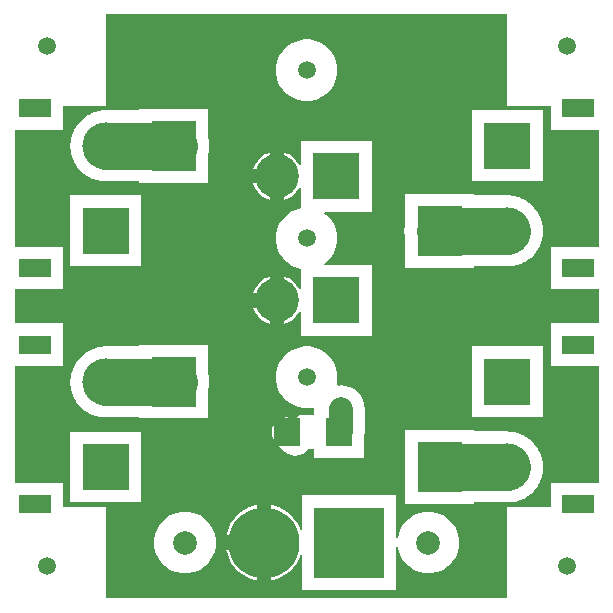
<source format=gtl>
G04*
G04 #@! TF.GenerationSoftware,Altium Limited,Altium Designer,24.1.2 (44)*
G04*
G04 Layer_Physical_Order=1*
G04 Layer_Color=255*
%FSLAX44Y44*%
%MOMM*%
G71*
G04*
G04 #@! TF.SameCoordinates,F43E2160-E374-468F-ACC1-47B17D48A15B*
G04*
G04*
G04 #@! TF.FilePolarity,Positive*
G04*
G01*
G75*
%ADD13R,3.8100X4.2418*%
%ADD14R,2.2098X2.3622*%
%ADD26C,4.0000*%
%ADD27C,0.1520*%
%ADD28C,2.0000*%
%ADD29C,0.3810*%
%ADD30C,0.5080*%
%ADD31C,1.5000*%
%ADD32C,4.0000*%
%ADD33R,4.0000X4.0000*%
%ADD34R,2.7000X1.6000*%
%ADD35C,2.0000*%
%ADD36R,6.0000X6.0000*%
%ADD37C,6.0000*%
%ADD38R,4.0000X4.0000*%
%ADD39C,3.7000*%
%ADD40C,1.2700*%
G36*
X420000Y420000D02*
X456500D01*
Y399500D01*
X497281D01*
Y300500D01*
X456500D01*
Y264500D01*
X497281D01*
Y235500D01*
X456500D01*
Y199500D01*
X497281D01*
Y100500D01*
X456500D01*
Y80000D01*
X420000D01*
Y2719D01*
X80000D01*
Y80000D01*
X43500D01*
Y100500D01*
X2719D01*
Y199500D01*
X43500D01*
Y235500D01*
X2719D01*
Y264500D01*
X43500D01*
Y300500D01*
X2719D01*
Y399500D01*
X43500D01*
Y420000D01*
X80000D01*
Y497281D01*
X420000D01*
Y420000D01*
D02*
G37*
%LPC*%
G36*
X252561Y476000D02*
X247439D01*
X242416Y475001D01*
X237684Y473041D01*
X233426Y470196D01*
X229804Y466574D01*
X226959Y462316D01*
X224999Y457584D01*
X224000Y452561D01*
Y447439D01*
X224999Y442416D01*
X226959Y437684D01*
X229804Y433426D01*
X233426Y429804D01*
X237684Y426959D01*
X242416Y424999D01*
X247439Y424000D01*
X252561D01*
X257584Y424999D01*
X262316Y426959D01*
X266574Y429804D01*
X270196Y433426D01*
X273041Y437684D01*
X275001Y442416D01*
X276000Y447439D01*
Y452561D01*
X275001Y457584D01*
X273041Y462316D01*
X270196Y466574D01*
X266574Y470196D01*
X262316Y473041D01*
X257584Y475001D01*
X252561Y476000D01*
D02*
G37*
G36*
X305000Y390000D02*
X245000D01*
Y369951D01*
X243754Y369703D01*
X243645Y369966D01*
X241343Y373412D01*
X238412Y376343D01*
X234966Y378645D01*
X231137Y380231D01*
X231000Y380259D01*
Y360000D01*
Y339741D01*
X231137Y339769D01*
X234966Y341355D01*
X238412Y343657D01*
X241343Y346588D01*
X243645Y350034D01*
X243754Y350297D01*
X245000Y350049D01*
Y333015D01*
X242416Y332501D01*
X237684Y330541D01*
X233426Y327696D01*
X229804Y324074D01*
X226959Y319816D01*
X224999Y315084D01*
X224000Y310061D01*
Y304939D01*
X224999Y299916D01*
X226959Y295184D01*
X229804Y290926D01*
X233426Y287304D01*
X237684Y284459D01*
X242416Y282499D01*
X245000Y281985D01*
Y264951D01*
X243754Y264703D01*
X243645Y264966D01*
X241343Y268412D01*
X238412Y271343D01*
X234966Y273645D01*
X231137Y275231D01*
X231000Y275259D01*
Y255000D01*
Y234741D01*
X231137Y234769D01*
X234966Y236355D01*
X238412Y238657D01*
X241343Y241588D01*
X243645Y245034D01*
X243754Y245297D01*
X245000Y245049D01*
Y225000D01*
X305000D01*
Y285000D01*
X265313D01*
X264944Y286215D01*
X266574Y287304D01*
X270196Y290926D01*
X273041Y295184D01*
X275001Y299916D01*
X276000Y304939D01*
Y310061D01*
X275001Y315084D01*
X273041Y319816D01*
X270196Y324074D01*
X266574Y327696D01*
X264944Y328785D01*
X265313Y330000D01*
X305000D01*
Y390000D01*
D02*
G37*
G36*
X219000Y380259D02*
X218863Y380231D01*
X215034Y378645D01*
X211588Y376343D01*
X208657Y373412D01*
X206355Y369966D01*
X204769Y366137D01*
X204741Y366000D01*
X219000D01*
Y380259D01*
D02*
G37*
G36*
X450000Y416000D02*
X390000D01*
Y356000D01*
X450000D01*
Y416000D01*
D02*
G37*
G36*
X166464Y416908D02*
X108364D01*
Y416093D01*
X80000D01*
X78821Y416000D01*
X77639D01*
X76471Y415815D01*
X75293Y415722D01*
X74143Y415446D01*
X72975Y415261D01*
X71851Y414896D01*
X70701Y414620D01*
X69608Y414167D01*
X68484Y413802D01*
X67431Y413265D01*
X66338Y412813D01*
X65330Y412195D01*
X64277Y411658D01*
X63320Y410963D01*
X62312Y410346D01*
X61413Y409578D01*
X60456Y408883D01*
X59620Y408047D01*
X58721Y407279D01*
X57953Y406380D01*
X57117Y405544D01*
X56422Y404587D01*
X55654Y403688D01*
X55037Y402680D01*
X54342Y401723D01*
X53805Y400670D01*
X53187Y399662D01*
X52735Y398569D01*
X52198Y397516D01*
X51833Y396391D01*
X51380Y395299D01*
X51104Y394150D01*
X50739Y393025D01*
X50554Y391857D01*
X50278Y390708D01*
X50185Y389529D01*
X50000Y388361D01*
Y387179D01*
X49907Y386000D01*
X50000Y384821D01*
Y383639D01*
X50185Y382471D01*
X50278Y381292D01*
X50554Y380143D01*
X50739Y378975D01*
X51104Y377851D01*
X51380Y376701D01*
X51833Y375608D01*
X52198Y374484D01*
X52735Y373431D01*
X53187Y372338D01*
X53805Y371330D01*
X54342Y370277D01*
X55037Y369320D01*
X55654Y368312D01*
X56422Y367413D01*
X57117Y366456D01*
X57953Y365620D01*
X58721Y364721D01*
X59620Y363953D01*
X60456Y363117D01*
X61413Y362422D01*
X62312Y361655D01*
X63320Y361037D01*
X64277Y360342D01*
X65330Y359805D01*
X66338Y359187D01*
X67431Y358735D01*
X68484Y358198D01*
X69608Y357833D01*
X70701Y357380D01*
X71851Y357104D01*
X72975Y356739D01*
X74143Y356554D01*
X75293Y356278D01*
X76471Y356185D01*
X77639Y356000D01*
X78821D01*
X80000Y355907D01*
X108364D01*
Y354490D01*
X166464D01*
Y378191D01*
X167136Y380992D01*
X167507Y385699D01*
X167136Y390406D01*
X166464Y393207D01*
Y416908D01*
D02*
G37*
G36*
X219000Y354000D02*
X204741D01*
X204769Y353863D01*
X206355Y350034D01*
X208657Y346588D01*
X211588Y343657D01*
X215034Y341355D01*
X218863Y339769D01*
X219000Y339741D01*
Y354000D01*
D02*
G37*
G36*
X110000Y344000D02*
X50000D01*
Y284000D01*
X110000D01*
Y344000D01*
D02*
G37*
G36*
X391762Y344772D02*
X333662D01*
Y321508D01*
X332990Y318708D01*
X332619Y314000D01*
Y313563D01*
X332990Y308855D01*
X333662Y306055D01*
Y282354D01*
X391762D01*
Y283907D01*
X420000D01*
X421179Y284000D01*
X422361D01*
X423529Y284185D01*
X424707Y284278D01*
X425857Y284554D01*
X427025Y284739D01*
X428149Y285104D01*
X429299Y285380D01*
X430392Y285833D01*
X431516Y286198D01*
X432569Y286735D01*
X433662Y287187D01*
X434670Y287805D01*
X435723Y288342D01*
X436680Y289037D01*
X437688Y289655D01*
X438587Y290422D01*
X439544Y291117D01*
X440380Y291953D01*
X441279Y292721D01*
X442047Y293620D01*
X442883Y294456D01*
X443578Y295413D01*
X444346Y296312D01*
X444963Y297320D01*
X445658Y298277D01*
X446195Y299330D01*
X446813Y300338D01*
X447265Y301431D01*
X447802Y302484D01*
X448167Y303608D01*
X448620Y304701D01*
X448896Y305851D01*
X449261Y306975D01*
X449446Y308143D01*
X449722Y309293D01*
X449815Y310471D01*
X450000Y311639D01*
Y312821D01*
X450093Y314000D01*
X450000Y315179D01*
Y316361D01*
X449815Y317529D01*
X449722Y318708D01*
X449446Y319857D01*
X449261Y321025D01*
X448896Y322149D01*
X448620Y323299D01*
X448167Y324392D01*
X447802Y325516D01*
X447265Y326569D01*
X446813Y327662D01*
X446195Y328670D01*
X445658Y329723D01*
X444963Y330680D01*
X444346Y331688D01*
X443578Y332587D01*
X442883Y333544D01*
X442047Y334380D01*
X441279Y335279D01*
X440380Y336047D01*
X439544Y336883D01*
X438587Y337578D01*
X437688Y338346D01*
X436680Y338963D01*
X435723Y339658D01*
X434670Y340195D01*
X433662Y340813D01*
X432569Y341265D01*
X431516Y341802D01*
X430392Y342167D01*
X429299Y342620D01*
X428149Y342896D01*
X427025Y343261D01*
X425857Y343446D01*
X424707Y343722D01*
X423529Y343815D01*
X422361Y344000D01*
X421179D01*
X420000Y344093D01*
X391762D01*
Y344772D01*
D02*
G37*
G36*
X219000Y275259D02*
X218863Y275231D01*
X215034Y273645D01*
X211588Y271343D01*
X208657Y268412D01*
X206355Y264966D01*
X204769Y261137D01*
X204741Y261000D01*
X219000D01*
Y275259D01*
D02*
G37*
G36*
Y249000D02*
X204741D01*
X204769Y248863D01*
X206355Y245034D01*
X208657Y241588D01*
X211588Y238657D01*
X215034Y236355D01*
X218863Y234769D01*
X219000Y234741D01*
Y249000D01*
D02*
G37*
G36*
X450000Y216000D02*
X390000D01*
Y156000D01*
X450000D01*
Y216000D01*
D02*
G37*
G36*
X166464Y217518D02*
X108364D01*
Y216093D01*
X80000D01*
X78821Y216000D01*
X77639D01*
X76471Y215815D01*
X75293Y215722D01*
X74143Y215446D01*
X72975Y215261D01*
X71851Y214896D01*
X70701Y214620D01*
X69608Y214167D01*
X68484Y213802D01*
X67431Y213265D01*
X66338Y212813D01*
X65330Y212195D01*
X64277Y211658D01*
X63320Y210963D01*
X62312Y210346D01*
X61413Y209578D01*
X60456Y208883D01*
X59620Y208047D01*
X58721Y207279D01*
X57953Y206380D01*
X57117Y205544D01*
X56422Y204587D01*
X55654Y203688D01*
X55037Y202680D01*
X54342Y201723D01*
X53805Y200670D01*
X53187Y199662D01*
X52735Y198569D01*
X52198Y197516D01*
X51833Y196392D01*
X51380Y195299D01*
X51104Y194149D01*
X50739Y193025D01*
X50554Y191857D01*
X50278Y190707D01*
X50185Y189529D01*
X50000Y188361D01*
Y187179D01*
X49907Y186000D01*
X50000Y184821D01*
Y183639D01*
X50185Y182471D01*
X50278Y181292D01*
X50554Y180143D01*
X50739Y178975D01*
X51104Y177851D01*
X51380Y176701D01*
X51833Y175609D01*
X52198Y174484D01*
X52735Y173431D01*
X53187Y172338D01*
X53805Y171330D01*
X54342Y170277D01*
X55037Y169320D01*
X55654Y168312D01*
X56422Y167413D01*
X57117Y166456D01*
X57953Y165620D01*
X58721Y164721D01*
X59620Y163953D01*
X60456Y163117D01*
X61413Y162422D01*
X62312Y161654D01*
X63320Y161037D01*
X64277Y160342D01*
X65330Y159805D01*
X66338Y159187D01*
X67431Y158735D01*
X68484Y158198D01*
X69608Y157833D01*
X70701Y157380D01*
X71851Y157104D01*
X72975Y156739D01*
X74143Y156554D01*
X75293Y156278D01*
X76471Y156185D01*
X77639Y156000D01*
X78821D01*
X80000Y155907D01*
X108364D01*
Y155100D01*
X166464D01*
Y178801D01*
X167136Y181602D01*
X167507Y186309D01*
X167136Y191017D01*
X166464Y193817D01*
Y217518D01*
D02*
G37*
G36*
X252561Y216000D02*
X247439D01*
X242416Y215001D01*
X237684Y213041D01*
X233426Y210196D01*
X229804Y206574D01*
X226959Y202316D01*
X224999Y197584D01*
X224000Y192561D01*
Y187439D01*
X224999Y182416D01*
X226959Y177684D01*
X229804Y173426D01*
X233426Y169804D01*
X237684Y166959D01*
X242416Y164999D01*
X247439Y164000D01*
X252561D01*
X255034Y164492D01*
X256016Y163686D01*
Y157784D01*
X244348D01*
X243357Y157587D01*
X242517Y157025D01*
X241955Y156185D01*
X241758Y155194D01*
Y154006D01*
X240619Y153445D01*
X239291Y154464D01*
X236241Y155727D01*
X232967Y156158D01*
X229693Y155727D01*
X226643Y154464D01*
X224023Y152454D01*
X222013Y149834D01*
X220750Y146784D01*
X220319Y143510D01*
X220750Y140236D01*
X222013Y137186D01*
X224023Y134566D01*
X231594Y126995D01*
X234214Y124985D01*
X237264Y123722D01*
X240538Y123291D01*
X243812Y123722D01*
X246862Y124985D01*
X249482Y126995D01*
X251201Y129236D01*
X256016D01*
Y121699D01*
X298114D01*
Y137884D01*
X298603Y139495D01*
X298989Y143416D01*
Y163068D01*
X298603Y166989D01*
X297459Y170759D01*
X295602Y174233D01*
X293103Y177279D01*
X290057Y179778D01*
X286583Y181635D01*
X282813Y182779D01*
X278892Y183165D01*
X276136Y182893D01*
X275283Y183834D01*
X276000Y187439D01*
Y192561D01*
X275001Y197584D01*
X273041Y202316D01*
X270196Y206574D01*
X266574Y210196D01*
X262316Y213041D01*
X257584Y215001D01*
X252561Y216000D01*
D02*
G37*
G36*
X110000Y144000D02*
X50000D01*
Y84000D01*
X110000D01*
Y144000D01*
D02*
G37*
G36*
X391762Y145128D02*
X333662D01*
Y114259D01*
X333635Y113919D01*
X333662Y113579D01*
Y82710D01*
X391762D01*
Y83907D01*
X420000D01*
X421179Y84000D01*
X422361D01*
X423529Y84185D01*
X424707Y84278D01*
X425857Y84554D01*
X427025Y84739D01*
X428149Y85104D01*
X429299Y85380D01*
X430392Y85833D01*
X431516Y86198D01*
X432569Y86735D01*
X433662Y87187D01*
X434670Y87805D01*
X435723Y88342D01*
X436680Y89037D01*
X437688Y89655D01*
X438587Y90422D01*
X439544Y91117D01*
X440380Y91953D01*
X441279Y92721D01*
X442047Y93620D01*
X442883Y94456D01*
X443578Y95413D01*
X444346Y96312D01*
X444963Y97320D01*
X445658Y98277D01*
X446195Y99330D01*
X446813Y100338D01*
X447265Y101431D01*
X447802Y102484D01*
X448167Y103609D01*
X448620Y104701D01*
X448896Y105851D01*
X449261Y106975D01*
X449446Y108143D01*
X449722Y109292D01*
X449815Y110471D01*
X450000Y111639D01*
Y112821D01*
X450093Y114000D01*
X450000Y115179D01*
Y116361D01*
X449815Y117529D01*
X449722Y118708D01*
X449446Y119857D01*
X449261Y121025D01*
X448896Y122149D01*
X448620Y123299D01*
X448167Y124391D01*
X447802Y125516D01*
X447265Y126569D01*
X446813Y127662D01*
X446195Y128670D01*
X445658Y129723D01*
X444963Y130680D01*
X444346Y131688D01*
X443578Y132587D01*
X442883Y133544D01*
X442047Y134380D01*
X441279Y135279D01*
X440380Y136047D01*
X439544Y136883D01*
X438587Y137578D01*
X437688Y138345D01*
X436680Y138963D01*
X435723Y139658D01*
X434670Y140195D01*
X433662Y140813D01*
X432569Y141265D01*
X431516Y141802D01*
X430392Y142167D01*
X429299Y142620D01*
X428149Y142896D01*
X427025Y143261D01*
X425857Y143446D01*
X424707Y143722D01*
X423529Y143815D01*
X422361Y144000D01*
X421179D01*
X420000Y144093D01*
X391762D01*
Y145128D01*
D02*
G37*
G36*
X326000Y90000D02*
X246000D01*
Y60925D01*
X244730Y60724D01*
X244156Y62491D01*
X241831Y67055D01*
X238820Y71198D01*
X235198Y74820D01*
X231055Y77831D01*
X226491Y80156D01*
X221620Y81739D01*
X220000Y81995D01*
Y50000D01*
Y18005D01*
X221620Y18261D01*
X226491Y19844D01*
X231055Y22169D01*
X235198Y25180D01*
X238820Y28802D01*
X241831Y32945D01*
X244156Y37509D01*
X244730Y39276D01*
X246000Y39074D01*
Y10000D01*
X326000D01*
Y45957D01*
X327270Y46082D01*
X327999Y42416D01*
X329959Y37684D01*
X332804Y33426D01*
X336426Y29804D01*
X340684Y26959D01*
X345416Y24999D01*
X350439Y24000D01*
X355561D01*
X360584Y24999D01*
X365316Y26959D01*
X369574Y29804D01*
X373195Y33426D01*
X376041Y37684D01*
X378001Y42416D01*
X379000Y47439D01*
Y52561D01*
X378001Y57584D01*
X376041Y62316D01*
X373195Y66574D01*
X369574Y70195D01*
X365316Y73041D01*
X360584Y75001D01*
X355561Y76000D01*
X350439D01*
X345416Y75001D01*
X340684Y73041D01*
X336426Y70195D01*
X332804Y66574D01*
X329959Y62316D01*
X327999Y57584D01*
X327270Y53918D01*
X326000Y54043D01*
Y90000D01*
D02*
G37*
G36*
X208000Y81995D02*
X206380Y81739D01*
X201509Y80156D01*
X196945Y77831D01*
X192802Y74820D01*
X189180Y71198D01*
X186169Y67055D01*
X183844Y62491D01*
X182261Y57620D01*
X182005Y56000D01*
X208000D01*
Y81995D01*
D02*
G37*
G36*
X149561Y76000D02*
X144439D01*
X139416Y75001D01*
X134684Y73041D01*
X130426Y70195D01*
X126805Y66574D01*
X123959Y62316D01*
X121999Y57584D01*
X121000Y52561D01*
Y47439D01*
X121999Y42416D01*
X123959Y37684D01*
X126805Y33426D01*
X130426Y29804D01*
X134684Y26959D01*
X139416Y24999D01*
X144439Y24000D01*
X149561D01*
X154584Y24999D01*
X159316Y26959D01*
X163574Y29804D01*
X167195Y33426D01*
X170041Y37684D01*
X172001Y42416D01*
X173000Y47439D01*
Y52561D01*
X172001Y57584D01*
X170041Y62316D01*
X167195Y66574D01*
X163574Y70195D01*
X159316Y73041D01*
X154584Y75001D01*
X149561Y76000D01*
D02*
G37*
G36*
X208000Y44000D02*
X182005D01*
X182261Y42380D01*
X183844Y37509D01*
X186169Y32945D01*
X189180Y28802D01*
X192802Y25180D01*
X196945Y22169D01*
X201509Y19844D01*
X206380Y18261D01*
X208000Y18005D01*
Y44000D01*
D02*
G37*
%LPD*%
D13*
X137414Y122555D02*
D03*
Y186309D02*
D03*
Y321945D02*
D03*
Y385699D02*
D03*
X362712Y177673D02*
D03*
Y113919D02*
D03*
Y377317D02*
D03*
Y313563D02*
D03*
D14*
X232967Y143510D02*
D03*
X277065D02*
D03*
D26*
X137105Y186000D02*
X137414Y186309D01*
X80000Y186000D02*
X137105D01*
X137113Y386000D02*
X137414Y385699D01*
X80000Y386000D02*
X137113D01*
X363728Y113919D02*
X363809Y114000D01*
X420000D01*
X362712Y313563D02*
Y314000D01*
X420000D01*
D27*
X363728Y113919D02*
X372410Y105237D01*
D28*
X277827Y142748D02*
X278224D01*
X278892Y143416D01*
Y163068D01*
D29*
X277065Y143510D02*
X277827Y142748D01*
D30*
X232967Y143510D02*
X240538Y135939D01*
D31*
X250000Y450000D02*
D03*
Y190000D02*
D03*
Y307500D02*
D03*
X470000Y30000D02*
D03*
Y470000D02*
D03*
X30000Y30000D02*
D03*
Y470000D02*
D03*
D32*
X80000Y386000D02*
D03*
X420000Y114000D02*
D03*
Y314000D02*
D03*
X80000Y186000D02*
D03*
D33*
Y314000D02*
D03*
X420000Y186000D02*
D03*
Y386000D02*
D03*
X80000Y114000D02*
D03*
D34*
X20000Y417500D02*
D03*
Y282500D02*
D03*
X480000Y82500D02*
D03*
Y217500D02*
D03*
Y282500D02*
D03*
Y417500D02*
D03*
X20000Y217500D02*
D03*
Y82500D02*
D03*
D35*
X353000Y50000D02*
D03*
X147000D02*
D03*
D36*
X286000D02*
D03*
D37*
X214000D02*
D03*
D38*
X275000Y255000D02*
D03*
Y360000D02*
D03*
D39*
X225000Y255000D02*
D03*
Y360000D02*
D03*
D40*
X278892Y163068D02*
D03*
M02*

</source>
